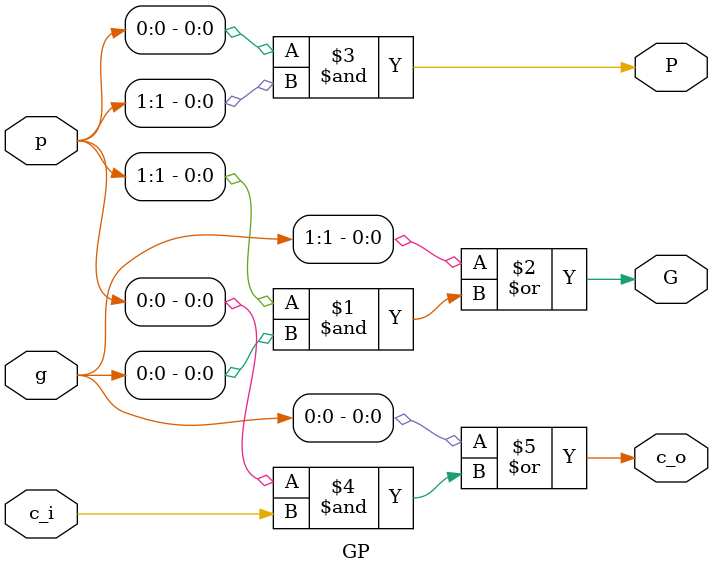
<source format=v>
`timescale 1ns/1ps


module GP
(
  input [1:0] g,
  input [1:0] p,
  input c_i,
  output G,
  output P,
  output c_o
);

  assign G = g[1] | (p[1] & g[0]);
  assign P = p[0] & p[1];
  

  assign c_o = g[0] | (p[0] & c_i);

    
endmodule

</source>
